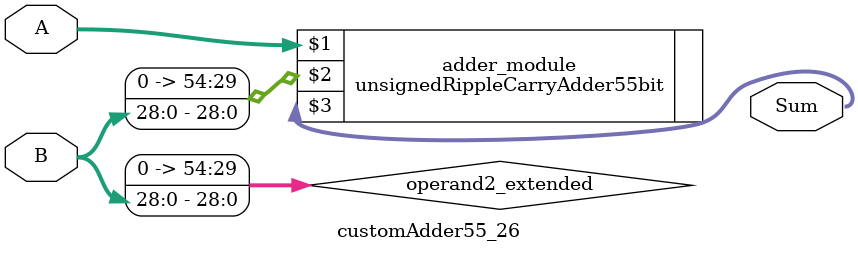
<source format=v>
module customAdder55_26(
                        input [54 : 0] A,
                        input [28 : 0] B,
                        
                        output [55 : 0] Sum
                );

        wire [54 : 0] operand2_extended;
        
        assign operand2_extended =  {26'b0, B};
        
        unsignedRippleCarryAdder55bit adder_module(
            A,
            operand2_extended,
            Sum
        );
        
        endmodule
        
</source>
